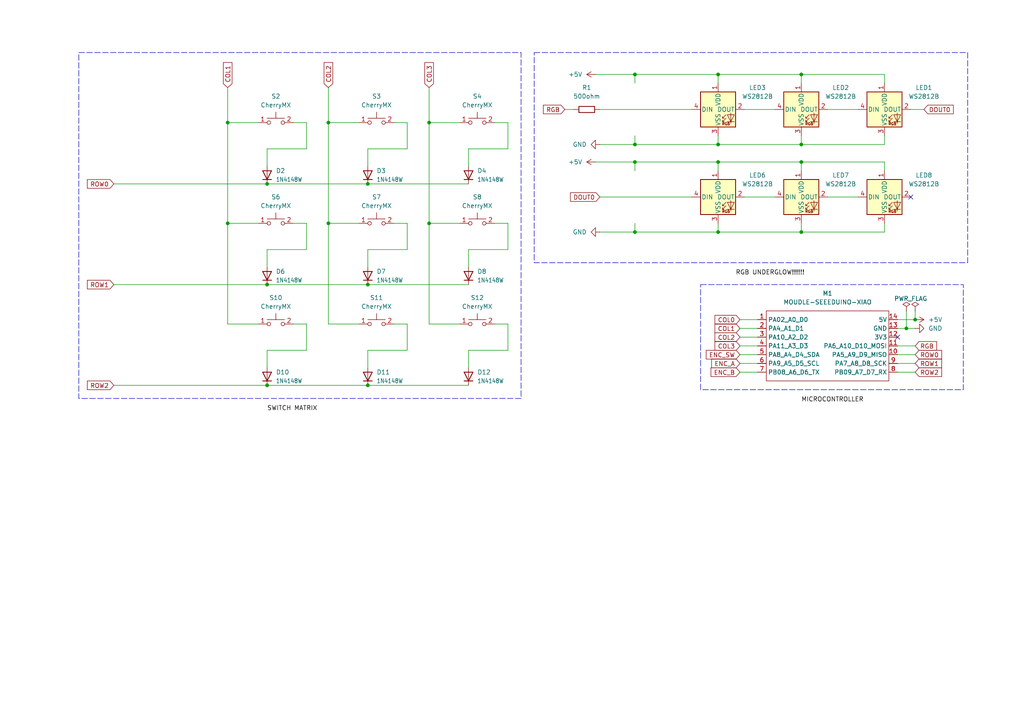
<source format=kicad_sch>
(kicad_sch (version 20250114) (generator "eeschema") (generator_version "9.0")
  (paper "A4")
  (lib_symbols
    (symbol "CherryMX:CherryMX" (pin_names (offset 0.254))
      (property "Reference" "SW" (at 2.54 3.175 0))
      (property "Value" "CherryMX" (at 0 -1.905 0))
      (symbol "CherryMX_1_1"
        (circle (center -2.032 0) (radius 0.508))
        (polyline (pts (xy 0 1.27) (xy 0 3.048)))
        (circle (center 2.032 0) (radius 0.508))
        (polyline (pts (xy 2.54 1.27) (xy -2.54 1.27)))
        (pin passive line (at -5.08 0 0) (length 2.54) (name "~") (number "1"))
        (pin passive line (at 5.08 0 180) (length 2.54) (name "~") (number "2"))
      )
    )
    (symbol "JayPad:MICROBUILDER_DIODESOD-123"
      (property "Reference" "D" (at 0 2.54 0))
      (symbol "MICROBUILDER_DIODESOD-123_1_0"
        (polyline (pts (xy -1.27 1.27) (xy -1.27 -1.27)) (stroke (width 0.254)))
        (polyline (pts (xy -1.27 -1.27) (xy 1.27 0)) (stroke (width 0.254)))
        (polyline (pts (xy 1.27 1.27) (xy 1.27 0)) (stroke (width 0.254)))
        (polyline (pts (xy 1.27 0) (xy -1.27 1.27)) (stroke (width 0.254)))
        (polyline (pts (xy 1.27 0) (xy 1.27 -1.27)) (stroke (width 0.254)))
        (pin passive line (at -2.54 0 0) (length 2.54) (name "A") (number "A"))
        (pin passive line (at 2.54 0 180) (length 2.54) (name "C") (number "C"))
      )
    )
    (symbol "LED:WS2812B" (pin_names (offset 0.254))
      (property "Reference" "LED" (at 5.08 5.715 0))
      (property "Value" "WS2812B" (at 1.27 -5.715 0))
      (symbol "WS2812B_0_0"
        (text "RGB" (at 2.286 -4.191 0) (effects (font (size 0.762 0.762))))
      )
      (symbol "WS2812B_0_1"
        (polyline (pts (xy 1.27 -2.54) (xy 1.778 -2.54)))
        (polyline (pts (xy 1.27 -3.556) (xy 1.778 -3.556)))
        (polyline (pts (xy 2.286 -1.524) (xy 1.27 -2.54) (xy 1.27 -2.032)))
        (polyline (pts (xy 2.286 -2.54) (xy 1.27 -3.556) (xy 1.27 -3.048)))
        (polyline (pts (xy 3.683 -1.016) (xy 3.683 -3.556) (xy 3.683 -4.064)))
        (polyline (pts (xy 4.699 -1.524) (xy 2.667 -1.524) (xy 3.683 -3.556) (xy 4.699 -1.524)))
        (polyline (pts (xy 4.699 -3.556) (xy 2.667 -3.556)))
        (rectangle (start 5.08 5.08) (end -5.08 -5.08) (stroke (width 0.254)) (fill (type background)))
      )
      (symbol "WS2812B_1_1"
        (pin input line (at -7.62 0 0) (length 2.54) (name "DIN") (number "4"))
        (pin power_in line (at 0 7.62 270) (length 2.54) (name "VDD") (number "1"))
        (pin power_in line (at 0 -7.62 90) (length 2.54) (name "VSS") (number "3"))
        (pin output line (at 7.62 0 180) (length 2.54) (name "DOUT") (number "2"))
      )
    )
    (symbol "MOUDLE-SEEEDUINO-XIAO:MOUDLE-SEEEDUINO-XIAO"
      (property "Reference" "U" (at -16.51 11.43 0))
      (property "Value" "MOUDLE-SEEEDUINO-XIAO" (at -3.81 -11.43 0))
      (symbol "MOUDLE-SEEEDUINO-XIAO_0_1"
        (rectangle (start -16.51 10.16) (end 19.05 -10.16))
      )
      (symbol "MOUDLE-SEEEDUINO-XIAO_1_1"
        (pin passive line (at -19.05 7.62 0) (length 2.54) (name "PA02_A0_D0") (number "1"))
        (pin passive line (at -19.05 5.08 0) (length 2.54) (name "PA4_A1_D1") (number "2"))
        (pin passive line (at -19.05 2.54 0) (length 2.54) (name "PA10_A2_D2") (number "3"))
        (pin passive line (at -19.05 0 0) (length 2.54) (name "PA11_A3_D3") (number "4"))
        (pin passive line (at -19.05 -2.54 0) (length 2.54) (name "PA8_A4_D4_SDA") (number "5"))
        (pin passive line (at -19.05 -5.08 0) (length 2.54) (name "PA9_A5_D5_SCL") (number "6"))
        (pin passive line (at -19.05 -7.62 0) (length 2.54) (name "PB08_A6_D6_TX") (number "7"))
        (pin passive line (at 21.59 7.62 180) (length 2.54) (name "5V") (number "14"))
        (pin passive line (at 21.59 5.08 180) (length 2.54) (name "GND") (number "13"))
        (pin passive line (at 21.59 2.54 180) (length 2.54) (name "3V3") (number "12"))
        (pin passive line (at 21.59 0 180) (length 2.54) (name "PA6_A10_D10_MOSI") (number "11"))
        (pin passive line (at 21.59 -2.54 180) (length 2.54) (name "PA5_A9_D9_MISO") (number "10"))
        (pin passive line (at 21.59 -5.08 180) (length 2.54) (name "PA7_A8_D8_SCK") (number "9"))
        (pin passive line (at 21.59 -7.62 180) (length 2.54) (name "PB09_A7_D7_RX") (number "8"))
      )
    )
    (symbol "PCM_SL_Resistors:0ohm"
      (property "Reference" "R" (at 0 5.08 0))
      (property "Value" "0ohm" (at 0 2.54 0))
      (symbol "0ohm_0_1"
        (rectangle (start -2.286 0.889) (end 2.286 -0.889) (stroke (width 0.24)))
      )
      (symbol "0ohm_1_1"
        (pin passive line (at -3.81 0 0) (length 1.5) (name "") (number "1"))
        (pin passive line (at 3.81 0 180) (length 1.5) (name "~") (number "2"))
      )
    )
    (symbol "power:+5V" (power) (pin_numbers (hide yes)) (pin_names (offset 0) (hide yes))
      (property "Value" "+5V" (at 0 3.556 0))
      (symbol "+5V_0_1"
        (polyline (pts (xy -0.762 1.27) (xy 0 2.54)))
        (polyline (pts (xy 0 2.54) (xy 0.762 1.27)))
        (polyline (pts (xy 0 0) (xy 0 2.54)))
      )
      (symbol "+5V_1_1"
        (pin power_in line (at 0 0 90) (length 0) (name "~") (number "1"))
      )
    )
    (symbol "power:GND" (power) (pin_numbers (hide yes)) (pin_names (offset 0) (hide yes))
      (property "Value" "GND" (at 0 -3.81 0))
      (symbol "GND_0_1"
        (polyline (pts (xy 0 0) (xy 0 -1.27) (xy 1.27 -1.27) (xy 0 -2.54) (xy -1.27 -1.27) (xy 0 -1.27)))
      )
      (symbol "GND_1_1"
        (pin power_in line (at 0 0 270) (length 0) (name "~") (number "1"))
      )
    )
    (symbol "power:PWR_FLAG" (power) (pin_numbers (hide yes)) (pin_names (offset 0) (hide yes))
      (property "Value" "PWR_FLAG" (at 0 3.81 0))
      (symbol "PWR_FLAG_0_0"
        (pin power_out line (at 0 0 90) (length 0) (name "~") (number "1"))
      )
      (symbol "PWR_FLAG_0_1"
        (polyline (pts (xy 0 0) (xy 0 1.27) (xy -1.016 1.905) (xy 0 2.54) (xy 1.016 1.905) (xy 0 1.27)))
      )
    )
  )
  (rectangle (start 154.94 15.24) (end 280.67 76.2) (stroke (width 0) (type dash)))
  (rectangle (start 22.86 15.24) (end 151.13 115.57) (stroke (width 0) (type dash)))
  (rectangle (start 203.2 82.55) (end 279.4 113.03) (stroke (width 0) (type dash)))
  (junction (at 232.41 67.31))
  (junction (at 184.15 46.99))
  (junction (at 208.28 21.59))
  (junction (at 66.04 35.56))
  (junction (at 232.41 46.99))
  (junction (at 77.47 82.55))
  (junction (at 124.46 64.77))
  (junction (at 106.68 82.55))
  (junction (at 95.25 64.77))
  (junction (at 208.28 46.99))
  (junction (at 184.15 41.91))
  (junction (at 106.68 53.34))
  (junction (at 77.47 111.76))
  (junction (at 95.25 35.56))
  (junction (at 77.47 53.34))
  (junction (at 262.89 95.25))
  (junction (at 106.68 111.76))
  (junction (at 265.43 92.71))
  (junction (at 66.04 64.77))
  (junction (at 208.28 67.31))
  (junction (at 124.46 35.56))
  (junction (at 184.15 21.59))
  (junction (at 184.15 67.31))
  (junction (at 232.41 41.91))
  (junction (at 208.28 41.91))
  (junction (at 232.41 21.59))
  (no_connect (at 260.35 97.79))
  (no_connect (at 264.16 57.15))
  (wire (pts (xy 66.04 35.56) (xy 74.93 35.56)))
  (wire (pts (xy 88.9 72.39) (xy 77.47 72.39)))
  (wire (pts (xy 135.89 101.6) (xy 135.89 106.68)))
  (wire (pts (xy 114.3 64.77) (xy 118.11 64.77)))
  (wire (pts (xy 66.04 93.98) (xy 74.93 93.98)))
  (wire (pts (xy 66.04 25.4) (xy 66.04 35.56)))
  (wire (pts (xy 95.25 35.56) (xy 104.14 35.56)))
  (wire (pts (xy 124.46 93.98) (xy 133.35 93.98)))
  (wire (pts (xy 124.46 35.56) (xy 133.35 35.56)))
  (wire (pts (xy 135.89 72.39) (xy 135.89 77.47)))
  (wire (pts (xy 88.9 43.18) (xy 77.47 43.18)))
  (wire (pts (xy 118.11 43.18) (xy 106.68 43.18)))
  (wire (pts (xy 232.41 39.37) (xy 232.41 41.91)))
  (wire (pts (xy 173.99 31.75) (xy 200.66 31.75)))
  (wire (pts (xy 88.9 35.56) (xy 88.9 43.18)))
  (wire (pts (xy 232.41 21.59) (xy 232.41 24.13)))
  (wire (pts (xy 184.15 67.31) (xy 208.28 67.31)))
  (wire (pts (xy 85.09 64.77) (xy 88.9 64.77)))
  (wire (pts (xy 106.68 53.34) (xy 135.89 53.34)))
  (wire (pts (xy 215.9 57.15) (xy 224.79 57.15)))
  (wire (pts (xy 256.54 21.59) (xy 256.54 24.13)))
  (wire (pts (xy 33.02 82.55) (xy 77.47 82.55)))
  (wire (pts (xy 163.83 31.75) (xy 166.37 31.75)))
  (wire (pts (xy 264.16 31.75) (xy 267.97 31.75)))
  (wire (pts (xy 172.72 21.59) (xy 184.15 21.59)))
  (wire (pts (xy 106.68 101.6) (xy 106.68 106.68)))
  (wire (pts (xy 106.68 43.18) (xy 106.68 48.26)))
  (wire (pts (xy 256.54 41.91) (xy 256.54 39.37)))
  (wire (pts (xy 135.89 43.18) (xy 135.89 48.26)))
  (wire (pts (xy 118.11 64.77) (xy 118.11 72.39)))
  (wire (pts (xy 85.09 93.98) (xy 88.9 93.98)))
  (wire (pts (xy 184.15 21.59) (xy 184.15 24.13)))
  (wire (pts (xy 232.41 46.99) (xy 256.54 46.99)))
  (wire (pts (xy 143.51 35.56) (xy 147.32 35.56)))
  (wire (pts (xy 95.25 64.77) (xy 104.14 64.77)))
  (wire (pts (xy 77.47 72.39) (xy 77.47 77.47)))
  (wire (pts (xy 85.09 35.56) (xy 88.9 35.56)))
  (wire (pts (xy 77.47 43.18) (xy 77.47 48.26)))
  (wire (pts (xy 208.28 39.37) (xy 208.28 41.91)))
  (wire (pts (xy 232.41 67.31) (xy 256.54 67.31)))
  (wire (pts (xy 184.15 41.91) (xy 208.28 41.91)))
  (wire (pts (xy 173.99 67.31) (xy 184.15 67.31)))
  (wire (pts (xy 88.9 93.98) (xy 88.9 101.6)))
  (wire (pts (xy 260.35 100.33) (xy 265.43 100.33)))
  (wire (pts (xy 265.43 90.17) (xy 265.43 92.71)))
  (wire (pts (xy 232.41 41.91) (xy 256.54 41.91)))
  (wire (pts (xy 66.04 64.77) (xy 74.93 64.77)))
  (wire (pts (xy 118.11 72.39) (xy 106.68 72.39)))
  (wire (pts (xy 95.25 64.77) (xy 95.25 93.98)))
  (wire (pts (xy 256.54 67.31) (xy 256.54 64.77)))
  (wire (pts (xy 240.03 31.75) (xy 248.92 31.75)))
  (wire (pts (xy 232.41 46.99) (xy 232.41 49.53)))
  (wire (pts (xy 118.11 101.6) (xy 106.68 101.6)))
  (wire (pts (xy 118.11 35.56) (xy 118.11 43.18)))
  (wire (pts (xy 214.63 107.95) (xy 219.71 107.95)))
  (wire (pts (xy 114.3 35.56) (xy 118.11 35.56)))
  (wire (pts (xy 208.28 67.31) (xy 232.41 67.31)))
  (wire (pts (xy 172.72 46.99) (xy 184.15 46.99)))
  (wire (pts (xy 147.32 72.39) (xy 135.89 72.39)))
  (wire (pts (xy 147.32 43.18) (xy 135.89 43.18)))
  (wire (pts (xy 240.03 57.15) (xy 248.92 57.15)))
  (wire (pts (xy 184.15 46.99) (xy 184.15 49.53)))
  (wire (pts (xy 208.28 41.91) (xy 232.41 41.91)))
  (wire (pts (xy 33.02 111.76) (xy 77.47 111.76)))
  (wire (pts (xy 106.68 111.76) (xy 135.89 111.76)))
  (wire (pts (xy 95.25 35.56) (xy 95.25 64.77)))
  (wire (pts (xy 77.47 82.55) (xy 106.68 82.55)))
  (wire (pts (xy 214.63 95.25) (xy 219.71 95.25)))
  (wire (pts (xy 260.35 95.25) (xy 262.89 95.25)))
  (wire (pts (xy 77.47 53.34) (xy 106.68 53.34)))
  (wire (pts (xy 215.9 31.75) (xy 224.79 31.75)))
  (wire (pts (xy 173.99 41.91) (xy 184.15 41.91)))
  (wire (pts (xy 33.02 53.34) (xy 77.47 53.34)))
  (wire (pts (xy 256.54 46.99) (xy 256.54 49.53)))
  (wire (pts (xy 114.3 93.98) (xy 118.11 93.98)))
  (wire (pts (xy 208.28 46.99) (xy 232.41 46.99)))
  (wire (pts (xy 184.15 21.59) (xy 208.28 21.59)))
  (wire (pts (xy 262.89 95.25) (xy 265.43 95.25)))
  (wire (pts (xy 173.99 57.15) (xy 200.66 57.15)))
  (wire (pts (xy 214.63 105.41) (xy 219.71 105.41)))
  (wire (pts (xy 262.89 90.17) (xy 262.89 95.25)))
  (wire (pts (xy 208.28 64.77) (xy 208.28 67.31)))
  (wire (pts (xy 184.15 39.37) (xy 184.15 41.91)))
  (wire (pts (xy 214.63 97.79) (xy 219.71 97.79)))
  (wire (pts (xy 124.46 64.77) (xy 133.35 64.77)))
  (wire (pts (xy 88.9 101.6) (xy 77.47 101.6)))
  (wire (pts (xy 260.35 92.71) (xy 265.43 92.71)))
  (wire (pts (xy 208.28 21.59) (xy 208.28 24.13)))
  (wire (pts (xy 147.32 101.6) (xy 135.89 101.6)))
  (wire (pts (xy 124.46 35.56) (xy 124.46 64.77)))
  (wire (pts (xy 232.41 21.59) (xy 256.54 21.59)))
  (wire (pts (xy 95.25 25.4) (xy 95.25 35.56)))
  (wire (pts (xy 208.28 21.59) (xy 232.41 21.59)))
  (wire (pts (xy 77.47 101.6) (xy 77.47 106.68)))
  (wire (pts (xy 118.11 93.98) (xy 118.11 101.6)))
  (wire (pts (xy 124.46 64.77) (xy 124.46 93.98)))
  (wire (pts (xy 147.32 93.98) (xy 147.32 101.6)))
  (wire (pts (xy 143.51 93.98) (xy 147.32 93.98)))
  (wire (pts (xy 214.63 102.87) (xy 219.71 102.87)))
  (wire (pts (xy 124.46 25.4) (xy 124.46 35.56)))
  (wire (pts (xy 88.9 64.77) (xy 88.9 72.39)))
  (wire (pts (xy 260.35 107.95) (xy 265.43 107.95)))
  (wire (pts (xy 147.32 35.56) (xy 147.32 43.18)))
  (wire (pts (xy 232.41 64.77) (xy 232.41 67.31)))
  (wire (pts (xy 184.15 46.99) (xy 208.28 46.99)))
  (wire (pts (xy 260.35 105.41) (xy 265.43 105.41)))
  (wire (pts (xy 106.68 82.55) (xy 135.89 82.55)))
  (wire (pts (xy 214.63 100.33) (xy 219.71 100.33)))
  (wire (pts (xy 208.28 46.99) (xy 208.28 49.53)))
  (wire (pts (xy 66.04 64.77) (xy 66.04 93.98)))
  (wire (pts (xy 260.35 102.87) (xy 265.43 102.87)))
  (wire (pts (xy 106.68 72.39) (xy 106.68 77.47)))
  (wire (pts (xy 143.51 64.77) (xy 147.32 64.77)))
  (wire (pts (xy 214.63 92.71) (xy 219.71 92.71)))
  (wire (pts (xy 147.32 64.77) (xy 147.32 72.39)))
  (wire (pts (xy 184.15 64.77) (xy 184.15 67.31)))
  (wire (pts (xy 95.25 93.98) (xy 104.14 93.98)))
  (wire (pts (xy 77.47 111.76) (xy 106.68 111.76)))
  (wire (pts (xy 66.04 35.56) (xy 66.04 64.77)))
  (label "MICROCONTROLLER" (at 232.41 116.84 0))
  (label "RGB UNDERGLOW!!!!!!" (at 213.36 80.01 0))
  (label "SWITCH MATRIX" (at 77.47 119.38 0))
  (global_label "RGB" (shape input) (at 265.43 100.33 0) (property "Intersheetrefs" "${INTERSHEET_REFS}" (effects (hide yes))))
  (global_label "COL2" (shape input) (at 214.63 97.79 180) (property "Intersheetrefs" "${INTERSHEET_REFS}" (effects (hide yes))))
  (global_label "ROW2" (shape input) (at 265.43 107.95 0) (property "Intersheetrefs" "${INTERSHEET_REFS}" (effects (hide yes))))
  (global_label "COL0" (shape input) (at 214.63 92.71 180) (property "Intersheetrefs" "${INTERSHEET_REFS}" (effects (hide yes))))
  (global_label "ROW1" (shape input) (at 265.43 105.41 0) (property "Intersheetrefs" "${INTERSHEET_REFS}" (effects (hide yes))))
  (global_label "COL3" (shape input) (at 124.46 25.4 90) (property "Intersheetrefs" "${INTERSHEET_REFS}" (effects (hide yes))))
  (global_label "ENC_B" (shape input) (at 214.63 107.95 180) (property "Intersheetrefs" "${INTERSHEET_REFS}" (effects (hide yes))))
  (global_label "ROW1" (shape input) (at 33.02 82.55 180) (property "Intersheetrefs" "${INTERSHEET_REFS}" (effects (hide yes))))
  (global_label "COL2" (shape input) (at 95.25 25.4 90) (property "Intersheetrefs" "${INTERSHEET_REFS}" (effects (hide yes))))
  (global_label "RGB" (shape input) (at 163.83 31.75 180) (property "Intersheetrefs" "${INTERSHEET_REFS}" (effects (hide yes))))
  (global_label "ROW2" (shape input) (at 33.02 111.76 180) (property "Intersheetrefs" "${INTERSHEET_REFS}" (effects (hide yes))))
  (global_label "ROW0" (shape input) (at 265.43 102.87 0) (property "Intersheetrefs" "${INTERSHEET_REFS}" (effects (hide yes))))
  (global_label "ROW0" (shape input) (at 33.02 53.34 180) (property "Intersheetrefs" "${INTERSHEET_REFS}" (effects (hide yes))))
  (global_label "COL1" (shape input) (at 214.63 95.25 180) (property "Intersheetrefs" "${INTERSHEET_REFS}" (effects (hide yes))))
  (global_label "DOUT0" (shape input) (at 173.99 57.15 180) (property "Intersheetrefs" "${INTERSHEET_REFS}" (effects (hide yes))))
  (global_label "DOUT0" (shape input) (at 267.97 31.75 0) (property "Intersheetrefs" "${INTERSHEET_REFS}" (effects (hide yes))))
  (global_label "ENC_A" (shape input) (at 214.63 105.41 180) (property "Intersheetrefs" "${INTERSHEET_REFS}" (effects (hide yes))))
  (global_label "ENC_SW" (shape input) (at 214.63 102.87 180) (property "Intersheetrefs" "${INTERSHEET_REFS}" (effects (hide yes))))
  (global_label "COL3" (shape input) (at 214.63 100.33 180) (property "Intersheetrefs" "${INTERSHEET_REFS}" (effects (hide yes))))
  (global_label "COL1" (shape input) (at 66.04 25.4 90) (property "Intersheetrefs" "${INTERSHEET_REFS}" (effects (hide yes))))
  (symbol (lib_id "CherryMX:CherryMX") (at 80.01 64.77 0) (unit 1)
    (property "Reference" "S6" (at 80.01 57.15 0))
    (property "Value" "CherryMX" (at 80.01 59.69 0))
    (property "Footprint" "JayPad:CherryMX_1.00u_KailhSocket" (effects (hide yes)))
  )
  (symbol (lib_id "power:GND") (at 173.99 41.91 270) (unit 1)
    (property "Reference" "#PWR05" (effects (hide yes)))
    (property "Value" "GND" (at 170.18 41.9099 90) (effects (justify right)))
    (property "Description" "Power symbol creates a global label with name \"GND\" , ground" (effects (hide yes)))
  )
  (symbol (lib_id "power:+5V") (at 172.72 46.99 90) (unit 1)
    (property "Reference" "#PWR07" (effects (hide yes)))
    (property "Value" "+5V" (at 168.91 46.9899 90) (effects (justify left)))
    (property "Description" "Power symbol creates a global label with name \"+5V\"" (effects (hide yes)))
  )
  (symbol (lib_id "power:PWR_FLAG") (at 262.89 90.17 0) (unit 1)
    (property "Reference" "#FLG03" (effects (hide yes)))
    (property "Value" "PWR_FLAG" (at 264.16 86.614 0))
    (property "Description" "Special symbol for telling ERC where power comes from" (effects (hide yes)))
  )
  (symbol (lib_id "CherryMX:CherryMX") (at 80.01 93.98 0) (unit 1)
    (property "Reference" "S10" (at 80.01 86.36 0))
    (property "Value" "CherryMX" (at 80.01 88.9 0))
    (property "Footprint" "JayPad:CherryMX_1.00u_KailhSocket" (effects (hide yes)))
  )
  (symbol (lib_id "CherryMX:CherryMX") (at 138.43 35.56 0) (unit 1)
    (property "Reference" "S4" (at 138.43 27.94 0))
    (property "Value" "CherryMX" (at 138.43 30.48 0))
    (property "Footprint" "JayPad:CherryMX_1.00u_KailhSocket" (effects (hide yes)))
  )
  (symbol (lib_id "LED:WS2812B") (at 208.28 31.75 0) (unit 1)
    (property "Reference" "LED3" (at 219.71 25.4314 0))
    (property "Value" "WS2812B" (at 219.71 27.9714 0))
    (property "Footprint" "LED_SMD:LED_WS2812B_PLCC4_5.0x5.0mm_P3.2mm" (effects (hide yes)))
    (property "Datasheet" "https://cdn-shop.adafruit.com/datasheets/WS2812B.pdf" (effects (hide yes)))
    (property "Description" "RGB LED with integrated controller" (effects (hide yes)))
  )
  (symbol (lib_id "power:+5V") (at 172.72 21.59 90) (unit 1)
    (property "Reference" "#PWR06" (effects (hide yes)))
    (property "Value" "+5V" (at 168.91 21.5899 90) (effects (justify left)))
    (property "Description" "Power symbol creates a global label with name \"+5V\"" (effects (hide yes)))
  )
  (symbol (lib_id "JayPad:MICROBUILDER_DIODESOD-123") (at 106.68 109.22 270) (unit 1)
    (property "Reference" "D11" (at 109.22 107.9499 90) (effects (justify left)))
    (property "Value" "1N4148W" (at 109.22 110.4899 90) (effects (font (size 1.27 1.0795)) (justify left)))
    (property "Footprint" "JayPad:MICROBUILDER_SOD-123" (effects (hide yes)))
    (property "Datasheet" "https://www.vishay.com/docs/85748/1n4148w.pdf" (effects (hide yes)))
    (property "Description" "Diode\n\nSMA     Model   Volts   Amps   Type   Vf   Ir   Digikey #   Notes     SSA34-E3   40V   3A   Schottky   480mV @ 3A   200uA @ 40V   SSA34-E3/61TGITR-ND        CDBA120-G   20V   1A   Schottky   500mV @ 1A   500uA @ 20V   641-1014-6-ND   REEL     MBRA210   10V   2A   Schottky   350mV @ 2A   700uA @ 10V   MBRA210LT3      SOD-123     Model   Volts   Amps   Type   Vf   Ir   Order #   Notes     BAT54T1G   30V   200mA   Schottky   800mV @ 200mA   2uA @ 25V   BAT54T1GOSTR-ND        B0530W   30V   500mA   Schottky   430mV @ 500mA   130uA @ 30V   B0530W-FDICT-ND   REEL     MBR120   20V   1A   Schottky   340mV @ 1A      MBR120VLSFT1GOSCT-ND      SOD-323     Model   Volts   Amps   Type   Vf   Ir   Order #   Notes     PMEG2005EJ   20V   500mA   Schottky   355mV @ 500mA      568-4110-1-ND        ZLLS410   10V   570mA   Schottky   380mV @ 570mA      ZLLS410CT-ND        1N4148WS   75V   150mA   Silicon/Simple   1V      1N4148WSFSCT-ND   REEL   SOD-523     Model   Volts   Amps   Type   Vf   Ir   Order #   Notes     BAT54XV2   30V   200mA   Schottky   0.8V @ 100mA      BAT54XV2CT-ND        TB751S   30V   30mA   Schottky         RB751S-40TE61CT-ND      SOT23-R/W(R = Solder Paste/Reflow Ovens, W = Hand-Soldering)      Model   Volts   Amps   Type   Vf   Ir   Order #   Notes     BAT54FILM   40V   300mA   Schottky         497-7162-1-ND       POWERDI-5      Model   Volts   Amps   Type   Vf   Ir   Order #   Notes     PDS560   60V   5A   Schottky   670mV @ 5A   150uA @ 60V   PDS560DICT-ND" (effects (hide yes)))
    (property "Sim.Device" "D" (effects (hide yes)))
    (property "Sim.Pins" "1=K 2=A" (effects (hide yes)))
  )
  (symbol (lib_id "JayPad:MICROBUILDER_DIODESOD-123") (at 77.47 80.01 270) (unit 1)
    (property "Reference" "D6" (at 80.01 78.7399 90) (effects (justify left)))
    (property "Value" "1N4148W" (at 80.01 81.2799 90) (effects (font (size 1.27 1.0795)) (justify left)))
    (property "Footprint" "JayPad:MICROBUILDER_SOD-123" (effects (hide yes)))
    (property "Datasheet" "https://www.vishay.com/docs/85748/1n4148w.pdf" (effects (hide yes)))
    (property "Description" "Diode\n\nSMA     Model   Volts   Amps   Type   Vf   Ir   Digikey #   Notes     SSA34-E3   40V   3A   Schottky   480mV @ 3A   200uA @ 40V   SSA34-E3/61TGITR-ND        CDBA120-G   20V   1A   Schottky   500mV @ 1A   500uA @ 20V   641-1014-6-ND   REEL     MBRA210   10V   2A   Schottky   350mV @ 2A   700uA @ 10V   MBRA210LT3      SOD-123     Model   Volts   Amps   Type   Vf   Ir   Order #   Notes     BAT54T1G   30V   200mA   Schottky   800mV @ 200mA   2uA @ 25V   BAT54T1GOSTR-ND        B0530W   30V   500mA   Schottky   430mV @ 500mA   130uA @ 30V   B0530W-FDICT-ND   REEL     MBR120   20V   1A   Schottky   340mV @ 1A      MBR120VLSFT1GOSCT-ND      SOD-323     Model   Volts   Amps   Type   Vf   Ir   Order #   Notes     PMEG2005EJ   20V   500mA   Schottky   355mV @ 500mA      568-4110-1-ND        ZLLS410   10V   570mA   Schottky   380mV @ 570mA      ZLLS410CT-ND        1N4148WS   75V   150mA   Silicon/Simple   1V      1N4148WSFSCT-ND   REEL   SOD-523     Model   Volts   Amps   Type   Vf   Ir   Order #   Notes     BAT54XV2   30V   200mA   Schottky   0.8V @ 100mA      BAT54XV2CT-ND        TB751S   30V   30mA   Schottky         RB751S-40TE61CT-ND      SOT23-R/W(R = Solder Paste/Reflow Ovens, W = Hand-Soldering)      Model   Volts   Amps   Type   Vf   Ir   Order #   Notes     BAT54FILM   40V   300mA   Schottky         497-7162-1-ND       POWERDI-5      Model   Volts   Amps   Type   Vf   Ir   Order #   Notes     PDS560   60V   5A   Schottky   670mV @ 5A   150uA @ 60V   PDS560DICT-ND" (effects (hide yes)))
    (property "Sim.Device" "D" (effects (hide yes)))
    (property "Sim.Pins" "1=K 2=A" (effects (hide yes)))
  )
  (symbol (lib_id "LED:WS2812B") (at 208.28 57.15 0) (unit 1)
    (property "Reference" "LED6" (at 219.71 50.8314 0))
    (property "Value" "WS2812B" (at 219.71 53.3714 0))
    (property "Footprint" "LED_SMD:LED_WS2812B_PLCC4_5.0x5.0mm_P3.2mm" (effects (hide yes)))
    (property "Datasheet" "https://cdn-shop.adafruit.com/datasheets/WS2812B.pdf" (effects (hide yes)))
    (property "Description" "RGB LED with integrated controller" (effects (hide yes)))
  )
  (symbol (lib_id "JayPad:MICROBUILDER_DIODESOD-123") (at 77.47 50.8 270) (unit 1)
    (property "Reference" "D2" (at 80.01 49.5299 90) (effects (justify left)))
    (property "Value" "1N4148W" (at 80.01 52.07 90) (effects (font (size 1.27 1.0795)) (justify left)))
    (property "Footprint" "JayPad:MICROBUILDER_SOD-123" (effects (hide yes)))
    (property "Datasheet" "https://www.vishay.com/docs/85748/1n4148w.pdf" (effects (hide yes)))
    (property "Description" "Diode\n\nSMA     Model   Volts   Amps   Type   Vf   Ir   Digikey #   Notes     SSA34-E3   40V   3A   Schottky   480mV @ 3A   200uA @ 40V   SSA34-E3/61TGITR-ND        CDBA120-G   20V   1A   Schottky   500mV @ 1A   500uA @ 20V   641-1014-6-ND   REEL     MBRA210   10V   2A   Schottky   350mV @ 2A   700uA @ 10V   MBRA210LT3      SOD-123     Model   Volts   Amps   Type   Vf   Ir   Order #   Notes     BAT54T1G   30V   200mA   Schottky   800mV @ 200mA   2uA @ 25V   BAT54T1GOSTR-ND        B0530W   30V   500mA   Schottky   430mV @ 500mA   130uA @ 30V   B0530W-FDICT-ND   REEL     MBR120   20V   1A   Schottky   340mV @ 1A      MBR120VLSFT1GOSCT-ND      SOD-323     Model   Volts   Amps   Type   Vf   Ir   Order #   Notes     PMEG2005EJ   20V   500mA   Schottky   355mV @ 500mA      568-4110-1-ND        ZLLS410   10V   570mA   Schottky   380mV @ 570mA      ZLLS410CT-ND        1N4148WS   75V   150mA   Silicon/Simple   1V      1N4148WSFSCT-ND   REEL   SOD-523     Model   Volts   Amps   Type   Vf   Ir   Order #   Notes     BAT54XV2   30V   200mA   Schottky   0.8V @ 100mA      BAT54XV2CT-ND        TB751S   30V   30mA   Schottky         RB751S-40TE61CT-ND      SOT23-R/W(R = Solder Paste/Reflow Ovens, W = Hand-Soldering)      Model   Volts   Amps   Type   Vf   Ir   Order #   Notes     BAT54FILM   40V   300mA   Schottky         497-7162-1-ND       POWERDI-5      Model   Volts   Amps   Type   Vf   Ir   Order #   Notes     PDS560   60V   5A   Schottky   670mV @ 5A   150uA @ 60V   PDS560DICT-ND" (effects (hide yes)))
    (property "Sim.Device" "D" (effects (hide yes)))
    (property "Sim.Pins" "1=K 2=A" (effects (hide yes)))
  )
  (symbol (lib_id "JayPad:MICROBUILDER_DIODESOD-123") (at 106.68 50.8 270) (unit 1)
    (property "Reference" "D3" (at 109.22 49.5299 90) (effects (justify left)))
    (property "Value" "1N4148W" (at 109.22 52.07 90) (effects (font (size 1.27 1.0795)) (justify left)))
    (property "Footprint" "JayPad:MICROBUILDER_SOD-123" (effects (hide yes)))
    (property "Datasheet" "https://www.vishay.com/docs/85748/1n4148w.pdf" (effects (hide yes)))
    (property "Description" "Diode\n\nSMA     Model   Volts   Amps   Type   Vf   Ir   Digikey #   Notes     SSA34-E3   40V   3A   Schottky   480mV @ 3A   200uA @ 40V   SSA34-E3/61TGITR-ND        CDBA120-G   20V   1A   Schottky   500mV @ 1A   500uA @ 20V   641-1014-6-ND   REEL     MBRA210   10V   2A   Schottky   350mV @ 2A   700uA @ 10V   MBRA210LT3      SOD-123     Model   Volts   Amps   Type   Vf   Ir   Order #   Notes     BAT54T1G   30V   200mA   Schottky   800mV @ 200mA   2uA @ 25V   BAT54T1GOSTR-ND        B0530W   30V   500mA   Schottky   430mV @ 500mA   130uA @ 30V   B0530W-FDICT-ND   REEL     MBR120   20V   1A   Schottky   340mV @ 1A      MBR120VLSFT1GOSCT-ND      SOD-323     Model   Volts   Amps   Type   Vf   Ir   Order #   Notes     PMEG2005EJ   20V   500mA   Schottky   355mV @ 500mA      568-4110-1-ND        ZLLS410   10V   570mA   Schottky   380mV @ 570mA      ZLLS410CT-ND        1N4148WS   75V   150mA   Silicon/Simple   1V      1N4148WSFSCT-ND   REEL   SOD-523     Model   Volts   Amps   Type   Vf   Ir   Order #   Notes     BAT54XV2   30V   200mA   Schottky   0.8V @ 100mA      BAT54XV2CT-ND        TB751S   30V   30mA   Schottky         RB751S-40TE61CT-ND      SOT23-R/W(R = Solder Paste/Reflow Ovens, W = Hand-Soldering)      Model   Volts   Amps   Type   Vf   Ir   Order #   Notes     BAT54FILM   40V   300mA   Schottky         497-7162-1-ND       POWERDI-5      Model   Volts   Amps   Type   Vf   Ir   Order #   Notes     PDS560   60V   5A   Schottky   670mV @ 5A   150uA @ 60V   PDS560DICT-ND" (effects (hide yes)))
    (property "Sim.Device" "D" (effects (hide yes)))
    (property "Sim.Pins" "1=K 2=A" (effects (hide yes)))
  )
  (symbol (lib_id "CherryMX:CherryMX") (at 109.22 93.98 0) (unit 1)
    (property "Reference" "S11" (at 109.22 86.36 0))
    (property "Value" "CherryMX" (at 109.22 88.9 0))
    (property "Footprint" "JayPad:CherryMX_1.00u_KailhSocket" (effects (hide yes)))
  )
  (symbol (lib_id "JayPad:MICROBUILDER_DIODESOD-123") (at 135.89 80.01 270) (unit 1)
    (property "Reference" "D8" (at 138.43 78.7399 90) (effects (justify left)))
    (property "Value" "1N4148W" (at 138.43 81.2799 90) (effects (font (size 1.27 1.0795)) (justify left)))
    (property "Footprint" "JayPad:MICROBUILDER_SOD-123" (effects (hide yes)))
    (property "Datasheet" "https://www.vishay.com/docs/85748/1n4148w.pdf" (effects (hide yes)))
    (property "Description" "Diode\n\nSMA     Model   Volts   Amps   Type   Vf   Ir   Digikey #   Notes     SSA34-E3   40V   3A   Schottky   480mV @ 3A   200uA @ 40V   SSA34-E3/61TGITR-ND        CDBA120-G   20V   1A   Schottky   500mV @ 1A   500uA @ 20V   641-1014-6-ND   REEL     MBRA210   10V   2A   Schottky   350mV @ 2A   700uA @ 10V   MBRA210LT3      SOD-123     Model   Volts   Amps   Type   Vf   Ir   Order #   Notes     BAT54T1G   30V   200mA   Schottky   800mV @ 200mA   2uA @ 25V   BAT54T1GOSTR-ND        B0530W   30V   500mA   Schottky   430mV @ 500mA   130uA @ 30V   B0530W-FDICT-ND   REEL     MBR120   20V   1A   Schottky   340mV @ 1A      MBR120VLSFT1GOSCT-ND      SOD-323     Model   Volts   Amps   Type   Vf   Ir   Order #   Notes     PMEG2005EJ   20V   500mA   Schottky   355mV @ 500mA      568-4110-1-ND        ZLLS410   10V   570mA   Schottky   380mV @ 570mA      ZLLS410CT-ND        1N4148WS   75V   150mA   Silicon/Simple   1V      1N4148WSFSCT-ND   REEL   SOD-523     Model   Volts   Amps   Type   Vf   Ir   Order #   Notes     BAT54XV2   30V   200mA   Schottky   0.8V @ 100mA      BAT54XV2CT-ND        TB751S   30V   30mA   Schottky         RB751S-40TE61CT-ND      SOT23-R/W(R = Solder Paste/Reflow Ovens, W = Hand-Soldering)      Model   Volts   Amps   Type   Vf   Ir   Order #   Notes     BAT54FILM   40V   300mA   Schottky         497-7162-1-ND       POWERDI-5      Model   Volts   Amps   Type   Vf   Ir   Order #   Notes     PDS560   60V   5A   Schottky   670mV @ 5A   150uA @ 60V   PDS560DICT-ND" (effects (hide yes)))
    (property "Sim.Device" "D" (effects (hide yes)))
    (property "Sim.Pins" "1=K 2=A" (effects (hide yes)))
  )
  (symbol (lib_id "PCM_SL_Resistors:0ohm") (at 170.18 31.75 0) (unit 1)
    (property "Reference" "R1" (at 170.18 25.4 0))
    (property "Value" "500ohm" (at 170.18 27.94 0))
    (property "Footprint" "Resistor_THT:R_Axial_DIN0207_L6.3mm_D2.5mm_P10.16mm_Horizontal" (effects (hide yes)))
    (property "Description" "0Ω, 1/4W Resistor" (effects (hide yes)))
  )
  (symbol (lib_id "JayPad:MICROBUILDER_DIODESOD-123") (at 106.68 80.01 270) (unit 1)
    (property "Reference" "D7" (at 109.22 78.7399 90) (effects (justify left)))
    (property "Value" "1N4148W" (at 109.22 81.2799 90) (effects (font (size 1.27 1.0795)) (justify left)))
    (property "Footprint" "JayPad:MICROBUILDER_SOD-123" (effects (hide yes)))
    (property "Datasheet" "https://www.vishay.com/docs/85748/1n4148w.pdf" (effects (hide yes)))
    (property "Description" "Diode\n\nSMA     Model   Volts   Amps   Type   Vf   Ir   Digikey #   Notes     SSA34-E3   40V   3A   Schottky   480mV @ 3A   200uA @ 40V   SSA34-E3/61TGITR-ND        CDBA120-G   20V   1A   Schottky   500mV @ 1A   500uA @ 20V   641-1014-6-ND   REEL     MBRA210   10V   2A   Schottky   350mV @ 2A   700uA @ 10V   MBRA210LT3      SOD-123     Model   Volts   Amps   Type   Vf   Ir   Order #   Notes     BAT54T1G   30V   200mA   Schottky   800mV @ 200mA   2uA @ 25V   BAT54T1GOSTR-ND        B0530W   30V   500mA   Schottky   430mV @ 500mA   130uA @ 30V   B0530W-FDICT-ND   REEL     MBR120   20V   1A   Schottky   340mV @ 1A      MBR120VLSFT1GOSCT-ND      SOD-323     Model   Volts   Amps   Type   Vf   Ir   Order #   Notes     PMEG2005EJ   20V   500mA   Schottky   355mV @ 500mA      568-4110-1-ND        ZLLS410   10V   570mA   Schottky   380mV @ 570mA      ZLLS410CT-ND        1N4148WS   75V   150mA   Silicon/Simple   1V      1N4148WSFSCT-ND   REEL   SOD-523     Model   Volts   Amps   Type   Vf   Ir   Order #   Notes     BAT54XV2   30V   200mA   Schottky   0.8V @ 100mA      BAT54XV2CT-ND        TB751S   30V   30mA   Schottky         RB751S-40TE61CT-ND      SOT23-R/W(R = Solder Paste/Reflow Ovens, W = Hand-Soldering)      Model   Volts   Amps   Type   Vf   Ir   Order #   Notes     BAT54FILM   40V   300mA   Schottky         497-7162-1-ND       POWERDI-5      Model   Volts   Amps   Type   Vf   Ir   Order #   Notes     PDS560   60V   5A   Schottky   670mV @ 5A   150uA @ 60V   PDS560DICT-ND" (effects (hide yes)))
    (property "Sim.Device" "D" (effects (hide yes)))
    (property "Sim.Pins" "1=K 2=A" (effects (hide yes)))
  )
  (symbol (lib_id "CherryMX:CherryMX") (at 109.22 35.56 0) (unit 1)
    (property "Reference" "S3" (at 109.22 27.94 0))
    (property "Value" "CherryMX" (at 109.22 30.48 0))
    (property "Footprint" "JayPad:CherryMX_1.00u_KailhSocket" (effects (hide yes)))
  )
  (symbol (lib_id "power:PWR_FLAG") (at 265.43 90.17 0) (unit 1)
    (property "Reference" "#FLG02" (effects (hide yes)))
    (property "Value" "PWR_FLAG" (effects (hide yes)))
    (property "Description" "Special symbol for telling ERC where power comes from" (effects (hide yes)))
  )
  (symbol (lib_id "JayPad:MICROBUILDER_DIODESOD-123") (at 135.89 109.22 270) (unit 1)
    (property "Reference" "D12" (at 138.43 107.9499 90) (effects (justify left)))
    (property "Value" "1N4148W" (at 138.43 110.4899 90) (effects (font (size 1.27 1.0795)) (justify left)))
    (property "Footprint" "JayPad:MICROBUILDER_SOD-123" (effects (hide yes)))
    (property "Datasheet" "https://www.vishay.com/docs/85748/1n4148w.pdf" (effects (hide yes)))
    (property "Description" "Diode\n\nSMA     Model   Volts   Amps   Type   Vf   Ir   Digikey #   Notes     SSA34-E3   40V   3A   Schottky   480mV @ 3A   200uA @ 40V   SSA34-E3/61TGITR-ND        CDBA120-G   20V   1A   Schottky   500mV @ 1A   500uA @ 20V   641-1014-6-ND   REEL     MBRA210   10V   2A   Schottky   350mV @ 2A   700uA @ 10V   MBRA210LT3      SOD-123     Model   Volts   Amps   Type   Vf   Ir   Order #   Notes     BAT54T1G   30V   200mA   Schottky   800mV @ 200mA   2uA @ 25V   BAT54T1GOSTR-ND        B0530W   30V   500mA   Schottky   430mV @ 500mA   130uA @ 30V   B0530W-FDICT-ND   REEL     MBR120   20V   1A   Schottky   340mV @ 1A      MBR120VLSFT1GOSCT-ND      SOD-323     Model   Volts   Amps   Type   Vf   Ir   Order #   Notes     PMEG2005EJ   20V   500mA   Schottky   355mV @ 500mA      568-4110-1-ND        ZLLS410   10V   570mA   Schottky   380mV @ 570mA      ZLLS410CT-ND        1N4148WS   75V   150mA   Silicon/Simple   1V      1N4148WSFSCT-ND   REEL   SOD-523     Model   Volts   Amps   Type   Vf   Ir   Order #   Notes     BAT54XV2   30V   200mA   Schottky   0.8V @ 100mA      BAT54XV2CT-ND        TB751S   30V   30mA   Schottky         RB751S-40TE61CT-ND      SOT23-R/W(R = Solder Paste/Reflow Ovens, W = Hand-Soldering)      Model   Volts   Amps   Type   Vf   Ir   Order #   Notes     BAT54FILM   40V   300mA   Schottky         497-7162-1-ND       POWERDI-5      Model   Volts   Amps   Type   Vf   Ir   Order #   Notes     PDS560   60V   5A   Schottky   670mV @ 5A   150uA @ 60V   PDS560DICT-ND" (effects (hide yes)))
    (property "Sim.Device" "D" (effects (hide yes)))
    (property "Sim.Pins" "1=K 2=A" (effects (hide yes)))
  )
  (symbol (lib_id "LED:WS2812B") (at 232.41 31.75 0) (unit 1)
    (property "Reference" "LED2" (at 243.84 25.4314 0))
    (property "Value" "WS2812B" (at 243.84 27.9714 0))
    (property "Footprint" "LED_SMD:LED_WS2812B_PLCC4_5.0x5.0mm_P3.2mm" (effects (hide yes)))
    (property "Datasheet" "https://cdn-shop.adafruit.com/datasheets/WS2812B.pdf" (effects (hide yes)))
    (property "Description" "RGB LED with integrated controller" (effects (hide yes)))
  )
  (symbol (lib_id "CherryMX:CherryMX") (at 80.01 35.56 0) (unit 1)
    (property "Reference" "S2" (at 80.01 27.94 0))
    (property "Value" "CherryMX" (at 80.01 30.48 0))
    (property "Footprint" "JayPad:CherryMX_1.00u_KailhSocket" (effects (hide yes)))
  )
  (symbol (lib_id "LED:WS2812B") (at 256.54 31.75 0) (unit 1)
    (property "Reference" "LED1" (at 267.97 25.4314 0))
    (property "Value" "WS2812B" (at 267.97 27.9714 0))
    (property "Footprint" "LED_SMD:LED_WS2812B_PLCC4_5.0x5.0mm_P3.2mm" (effects (hide yes)))
    (property "Datasheet" "https://cdn-shop.adafruit.com/datasheets/WS2812B.pdf" (effects (hide yes)))
    (property "Description" "RGB LED with integrated controller" (effects (hide yes)))
  )
  (symbol (lib_id "CherryMX:CherryMX") (at 138.43 93.98 0) (unit 1)
    (property "Reference" "S12" (at 138.43 86.36 0))
    (property "Value" "CherryMX" (at 138.43 88.9 0))
    (property "Footprint" "JayPad:CherryMX_1.00u_KailhSocket" (effects (hide yes)))
  )
  (symbol (lib_id "JayPad:MICROBUILDER_DIODESOD-123") (at 135.89 50.8 270) (unit 1)
    (property "Reference" "D4" (at 138.43 49.5299 90) (effects (justify left)))
    (property "Value" "1N4148W" (at 138.43 52.07 90) (effects (font (size 1.27 1.0795)) (justify left)))
    (property "Footprint" "JayPad:MICROBUILDER_SOD-123" (effects (hide yes)))
    (property "Datasheet" "https://www.vishay.com/docs/85748/1n4148w.pdf" (effects (hide yes)))
    (property "Description" "Diode\n\nSMA     Model   Volts   Amps   Type   Vf   Ir   Digikey #   Notes     SSA34-E3   40V   3A   Schottky   480mV @ 3A   200uA @ 40V   SSA34-E3/61TGITR-ND        CDBA120-G   20V   1A   Schottky   500mV @ 1A   500uA @ 20V   641-1014-6-ND   REEL     MBRA210   10V   2A   Schottky   350mV @ 2A   700uA @ 10V   MBRA210LT3      SOD-123     Model   Volts   Amps   Type   Vf   Ir   Order #   Notes     BAT54T1G   30V   200mA   Schottky   800mV @ 200mA   2uA @ 25V   BAT54T1GOSTR-ND        B0530W   30V   500mA   Schottky   430mV @ 500mA   130uA @ 30V   B0530W-FDICT-ND   REEL     MBR120   20V   1A   Schottky   340mV @ 1A      MBR120VLSFT1GOSCT-ND      SOD-323     Model   Volts   Amps   Type   Vf   Ir   Order #   Notes     PMEG2005EJ   20V   500mA   Schottky   355mV @ 500mA      568-4110-1-ND        ZLLS410   10V   570mA   Schottky   380mV @ 570mA      ZLLS410CT-ND        1N4148WS   75V   150mA   Silicon/Simple   1V      1N4148WSFSCT-ND   REEL   SOD-523     Model   Volts   Amps   Type   Vf   Ir   Order #   Notes     BAT54XV2   30V   200mA   Schottky   0.8V @ 100mA      BAT54XV2CT-ND        TB751S   30V   30mA   Schottky         RB751S-40TE61CT-ND      SOT23-R/W(R = Solder Paste/Reflow Ovens, W = Hand-Soldering)      Model   Volts   Amps   Type   Vf   Ir   Order #   Notes     BAT54FILM   40V   300mA   Schottky         497-7162-1-ND       POWERDI-5      Model   Volts   Amps   Type   Vf   Ir   Order #   Notes     PDS560   60V   5A   Schottky   670mV @ 5A   150uA @ 60V   PDS560DICT-ND" (effects (hide yes)))
    (property "Sim.Device" "D" (effects (hide yes)))
    (property "Sim.Pins" "1=K 2=A" (effects (hide yes)))
  )
  (symbol (lib_id "CherryMX:CherryMX") (at 109.22 64.77 0) (unit 1)
    (property "Reference" "S7" (at 109.22 57.15 0))
    (property "Value" "CherryMX" (at 109.22 59.69 0))
    (property "Footprint" "JayPad:CherryMX_1.00u_KailhSocket" (effects (hide yes)))
  )
  (symbol (lib_id "power:GND") (at 173.99 67.31 270) (unit 1)
    (property "Reference" "#PWR01" (effects (hide yes)))
    (property "Value" "GND" (at 170.18 67.3099 90) (effects (justify right)))
    (property "Description" "Power symbol creates a global label with name \"GND\" , ground" (effects (hide yes)))
  )
  (symbol (lib_id "power:GND") (at 265.43 95.25 90) (unit 1)
    (property "Reference" "#PWR02" (effects (hide yes)))
    (property "Value" "GND" (at 269.24 95.2499 90) (effects (justify right)))
    (property "Description" "Power symbol creates a global label with name \"GND\" , ground" (effects (hide yes)))
  )
  (symbol (lib_id "LED:WS2812B") (at 256.54 57.15 0) (unit 1)
    (property "Reference" "LED8" (at 267.97 50.8314 0))
    (property "Value" "WS2812B" (at 267.97 53.3714 0))
    (property "Footprint" "LED_SMD:LED_WS2812B_PLCC4_5.0x5.0mm_P3.2mm" (effects (hide yes)))
    (property "Datasheet" "https://cdn-shop.adafruit.com/datasheets/WS2812B.pdf" (effects (hide yes)))
    (property "Description" "RGB LED with integrated controller" (effects (hide yes)))
  )
  (symbol (lib_id "JayPad:MICROBUILDER_DIODESOD-123") (at 77.47 109.22 270) (unit 1)
    (property "Reference" "D10" (at 80.01 107.9499 90) (effects (justify left)))
    (property "Value" "1N4148W" (at 80.01 110.4899 90) (effects (font (size 1.27 1.0795)) (justify left)))
    (property "Footprint" "JayPad:MICROBUILDER_SOD-123" (effects (hide yes)))
    (property "Datasheet" "https://www.vishay.com/docs/85748/1n4148w.pdf" (effects (hide yes)))
    (property "Description" "Diode\n\nSMA     Model   Volts   Amps   Type   Vf   Ir   Digikey #   Notes     SSA34-E3   40V   3A   Schottky   480mV @ 3A   200uA @ 40V   SSA34-E3/61TGITR-ND        CDBA120-G   20V   1A   Schottky   500mV @ 1A   500uA @ 20V   641-1014-6-ND   REEL     MBRA210   10V   2A   Schottky   350mV @ 2A   700uA @ 10V   MBRA210LT3      SOD-123     Model   Volts   Amps   Type   Vf   Ir   Order #   Notes     BAT54T1G   30V   200mA   Schottky   800mV @ 200mA   2uA @ 25V   BAT54T1GOSTR-ND        B0530W   30V   500mA   Schottky   430mV @ 500mA   130uA @ 30V   B0530W-FDICT-ND   REEL     MBR120   20V   1A   Schottky   340mV @ 1A      MBR120VLSFT1GOSCT-ND      SOD-323     Model   Volts   Amps   Type   Vf   Ir   Order #   Notes     PMEG2005EJ   20V   500mA   Schottky   355mV @ 500mA      568-4110-1-ND        ZLLS410   10V   570mA   Schottky   380mV @ 570mA      ZLLS410CT-ND        1N4148WS   75V   150mA   Silicon/Simple   1V      1N4148WSFSCT-ND   REEL   SOD-523     Model   Volts   Amps   Type   Vf   Ir   Order #   Notes     BAT54XV2   30V   200mA   Schottky   0.8V @ 100mA      BAT54XV2CT-ND        TB751S   30V   30mA   Schottky         RB751S-40TE61CT-ND      SOT23-R/W(R = Solder Paste/Reflow Ovens, W = Hand-Soldering)      Model   Volts   Amps   Type   Vf   Ir   Order #   Notes     BAT54FILM   40V   300mA   Schottky         497-7162-1-ND       POWERDI-5      Model   Volts   Amps   Type   Vf   Ir   Order #   Notes     PDS560   60V   5A   Schottky   670mV @ 5A   150uA @ 60V   PDS560DICT-ND" (effects (hide yes)))
    (property "Sim.Device" "D" (effects (hide yes)))
    (property "Sim.Pins" "1=K 2=A" (effects (hide yes)))
  )
  (symbol (lib_id "CherryMX:CherryMX") (at 138.43 64.77 0) (unit 1)
    (property "Reference" "S8" (at 138.43 57.15 0))
    (property "Value" "CherryMX" (at 138.43 59.69 0))
    (property "Footprint" "JayPad:CherryMX_1.00u_KailhSocket" (effects (hide yes)))
  )
  (symbol (lib_id "MOUDLE-SEEEDUINO-XIAO:MOUDLE-SEEEDUINO-XIAO") (at 238.76 100.33 0) (unit 1)
    (property "Reference" "M1" (at 240.03 85.09 0))
    (property "Value" "MOUDLE-SEEEDUINO-XIAO" (at 240.03 87.63 0))
    (property "Footprint" "JayPad:MOUDLE14P-SMD-2.54-21X17.8MM" (effects (hide yes)))
  )
  (symbol (lib_id "power:+5V") (at 265.43 92.71 270) (unit 1)
    (property "Reference" "#PWR03" (effects (hide yes)))
    (property "Value" "+5V" (at 269.24 92.7099 90) (effects (justify left)))
    (property "Description" "Power symbol creates a global label with name \"+5V\"" (effects (hide yes)))
  )
  (symbol (lib_id "LED:WS2812B") (at 232.41 57.15 0) (unit 1)
    (property "Reference" "LED7" (at 243.84 50.8314 0))
    (property "Value" "WS2812B" (at 243.84 53.3714 0))
    (property "Footprint" "LED_SMD:LED_WS2812B_PLCC4_5.0x5.0mm_P3.2mm" (effects (hide yes)))
    (property "Datasheet" "https://cdn-shop.adafruit.com/datasheets/WS2812B.pdf" (effects (hide yes)))
    (property "Description" "RGB LED with integrated controller" (effects (hide yes)))
  )
)
</source>
